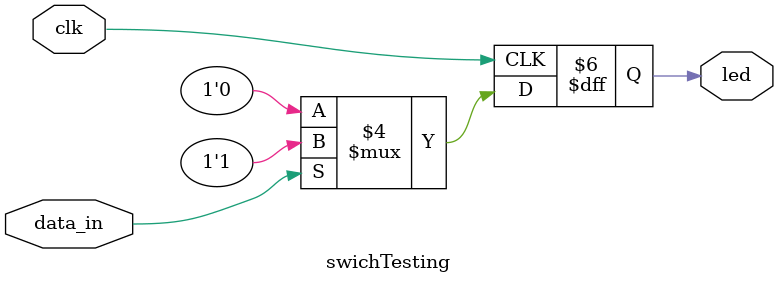
<source format=v>
`timescale 1ns / 1ps

module swichTesting(
    input wire clk,
    input wire data_in,  // data from master
    output reg led      // LEDs
);
initial begin
    led = 1'b0;
end
always @(posedge clk) begin
    if(data_in)begin
        led = 1'b1;
    end
    else begin
        led = 1'b0;
    end
end
endmodule

</source>
